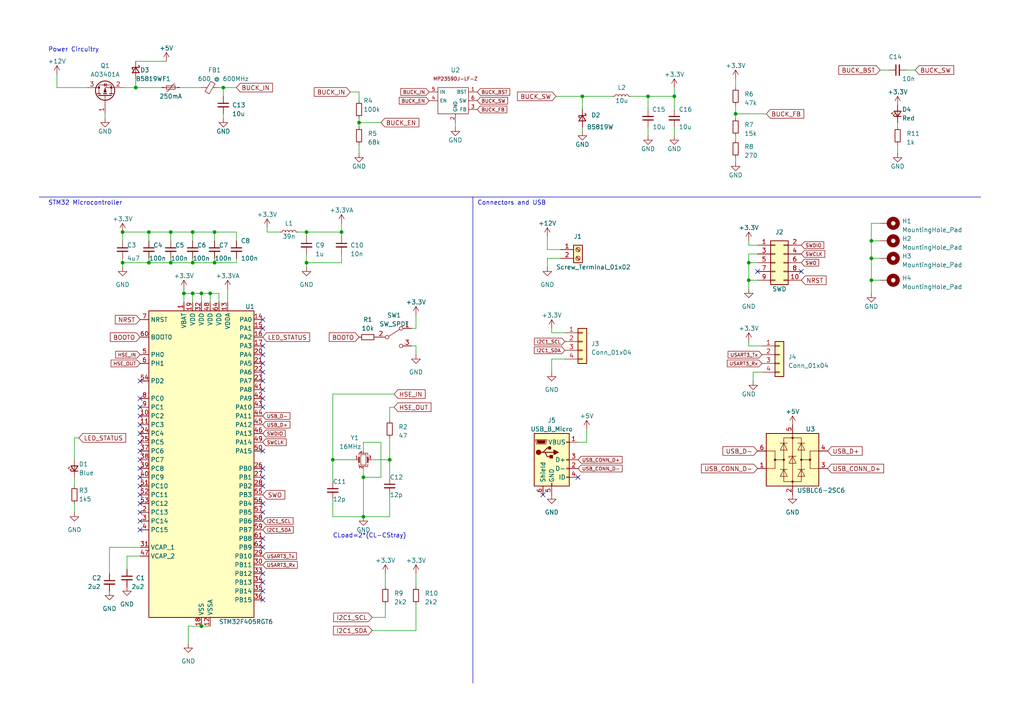
<source format=kicad_sch>
(kicad_sch (version 20230121) (generator eeschema)
  (paper "A4")
  (title_block (title "STM32_BOARD") (date "2023-05-25") (rev "2.0") (company "RGUKT"))
  (lib_symbols
    (symbol "Connector:Screw_Terminal_01x02" (pin_names (offset 1.016) hide)
      (property "Reference" "J" (at 0 2.54 0))
      (property "Value" "Screw_Terminal_01x02" (at 0 -5.08 0))
      (symbol "Screw_Terminal_01x02_1_1"
        (pin passive line (at -5.08 0 0) (length 3.81) (name "Pin_1") (number "1"))
        (pin passive line (at -5.08 -2.54 0) (length 3.81) (name "Pin_2") (number "2"))
      )
    )
    (symbol "Connector:USB_B_Micro" (pin_names (offset 1.016))
      (property "Reference" "J" (at -5.08 11.43 0))
      (property "Value" "USB_B_Micro" (at -5.08 8.89 0))
      (symbol "USB_B_Micro_1_1"
        (pin power_out line (at 7.62 5.08 180) (length 2.54) (name "VBUS") (number "1"))
        (pin bidirectional line (at 7.62 -2.54 180) (length 2.54) (name "D-") (number "2"))
        (pin bidirectional line (at 7.62 0 180) (length 2.54) (name "D+") (number "3"))
        (pin passive line (at 7.62 -5.08 180) (length 2.54) (name "ID") (number "4"))
        (pin power_out line (at 0 -10.16 90) (length 2.54) (name "GND") (number "5"))
        (pin passive line (at -2.54 -10.16 90) (length 2.54) (name "Shield") (number "6"))
      )
    )
    (symbol "Connector_Generic:Conn_01x04" (pin_names (offset 1.016) hide)
      (property "Reference" "J" (at 0 5.08 0))
      (property "Value" "Conn_01x04" (at 0 -7.62 0))
      (symbol "Conn_01x04_1_1"
        (pin passive line (at -5.08 2.54 0) (length 3.81) (name "Pin_1") (number "1"))
        (pin passive line (at -5.08 0 0) (length 3.81) (name "Pin_2") (number "2"))
        (pin passive line (at -5.08 -2.54 0) (length 3.81) (name "Pin_3") (number "3"))
        (pin passive line (at -5.08 -5.08 0) (length 3.81) (name "Pin_4") (number "4"))
      )
    )
    (symbol "Connector_Generic:Conn_02x05_Odd_Even" (pin_names (offset 1.016) hide)
      (property "Reference" "J" (at 1.27 7.62 0))
      (property "Value" "Conn_02x05_Odd_Even" (at 1.27 -7.62 0))
      (symbol "Conn_02x05_Odd_Even_1_1"
        (pin passive line (at -5.08 5.08 0) (length 3.81) (name "Pin_1") (number "1"))
        (pin passive line (at 7.62 -5.08 180) (length 3.81) (name "Pin_10") (number "10"))
        (pin passive line (at 7.62 5.08 180) (length 3.81) (name "Pin_2") (number "2"))
        (pin passive line (at -5.08 2.54 0) (length 3.81) (name "Pin_3") (number "3"))
        (pin passive line (at 7.62 2.54 180) (length 3.81) (name "Pin_4") (number "4"))
        (pin passive line (at -5.08 0 0) (length 3.81) (name "Pin_5") (number "5"))
        (pin passive line (at 7.62 0 180) (length 3.81) (name "Pin_6") (number "6"))
        (pin passive line (at -5.08 -2.54 0) (length 3.81) (name "Pin_7") (number "7"))
        (pin passive line (at 7.62 -2.54 180) (length 3.81) (name "Pin_8") (number "8"))
        (pin passive line (at -5.08 -5.08 0) (length 3.81) (name "Pin_9") (number "9"))
      )
    )
    (symbol "Device:C_Small" (pin_numbers hide) (pin_names (offset 0.254) hide)
      (property "Reference" "C" (at 0.254 1.778 0))
      (property "Value" "C_Small" (at 0.254 -2.032 0))
      (symbol "C_Small_1_1"
        (pin passive line (at 0 2.54 270) (length 2.032) (name "~") (number "1"))
        (pin passive line (at 0 -2.54 90) (length 2.032) (name "~") (number "2"))
      )
    )
    (symbol "Device:Crystal_GND24_Small" (pin_names (offset 1.016) hide)
      (property "Reference" "Y" (at 1.27 4.445 0))
      (property "Value" "Crystal_GND24_Small" (at 1.27 2.54 0))
      (symbol "Crystal_GND24_Small_1_1"
        (pin passive line (at -2.54 0 0) (length 1.27) (name "1") (number "1"))
        (pin passive line (at 0 -2.54 90) (length 0.635) (name "2") (number "2"))
        (pin passive line (at 2.54 0 180) (length 1.27) (name "3") (number "3"))
        (pin passive line (at 0 2.54 270) (length 0.635) (name "4") (number "4"))
      )
    )
    (symbol "Device:D_Schottky_Small" (pin_numbers hide) (pin_names (offset 0.254) hide)
      (property "Reference" "D" (at -1.27 2.032 0))
      (property "Value" "D_Schottky_Small" (at -7.112 -2.032 0))
      (symbol "D_Schottky_Small_1_1"
        (pin passive line (at -2.54 0 0) (length 1.778) (name "K") (number "1"))
        (pin passive line (at 2.54 0 180) (length 1.778) (name "A") (number "2"))
      )
    )
    (symbol "Device:FerriteBead_Small" (pin_numbers hide) (pin_names (offset 0))
      (property "Reference" "FB" (at 1.905 1.27 0))
      (property "Value" "FerriteBead_Small" (at 1.905 -1.27 0))
      (symbol "FerriteBead_Small_1_1"
        (pin passive line (at 0 2.54 270) (length 1.27) (name "~") (number "1"))
        (pin passive line (at 0 -2.54 90) (length 1.27) (name "~") (number "2"))
      )
    )
    (symbol "Device:LED_Small" (pin_numbers hide) (pin_names (offset 0.254) hide)
      (property "Reference" "D" (at -1.27 3.175 0))
      (property "Value" "LED_Small" (at -4.445 -2.54 0))
      (symbol "LED_Small_1_1"
        (pin passive line (at -2.54 0 0) (length 1.778) (name "K") (number "1"))
        (pin passive line (at 2.54 0 180) (length 1.778) (name "A") (number "2"))
      )
    )
    (symbol "Device:L_Small" (pin_numbers hide) (pin_names (offset 0.254) hide)
      (property "Reference" "L" (at 0.762 1.016 0))
      (property "Value" "L_Small" (at 0.762 -1.016 0))
      (symbol "L_Small_1_1"
        (pin passive line (at 0 2.54 270) (length 0.508) (name "~") (number "1"))
        (pin passive line (at 0 -2.54 90) (length 0.508) (name "~") (number "2"))
      )
    )
    (symbol "Device:Polyfuse_Small" (pin_numbers hide) (pin_names (offset 0))
      (property "Reference" "F" (at -1.905 0 90))
      (property "Value" "Polyfuse_Small" (at 1.905 0 90))
      (symbol "Polyfuse_Small_1_1"
        (pin passive line (at 0 2.54 270) (length 0.635) (name "~") (number "1"))
        (pin passive line (at 0 -2.54 90) (length 0.635) (name "~") (number "2"))
      )
    )
    (symbol "Device:R_Small" (pin_numbers hide) (pin_names (offset 0.254) hide)
      (property "Reference" "R" (at 0.762 0.508 0))
      (property "Value" "R_Small" (at 0.762 -1.016 0))
      (symbol "R_Small_1_1"
        (pin passive line (at 0 2.54 270) (length 0.762) (name "~") (number "1"))
        (pin passive line (at 0 -2.54 90) (length 0.762) (name "~") (number "2"))
      )
    )
    (symbol "MCU_ST_STM32F4:STM32F405RGTx"
      (property "Reference" "U" (at -15.24 46.99 0))
      (property "Value" "STM32F405RGTx" (at 10.16 46.99 0))
      (symbol "STM32F405RGTx_1_1"
        (pin power_in line (at -5.08 48.26 270) (length 2.54) (name "VBAT") (number "1"))
        (pin bidirectional line (at -17.78 15.24 0) (length 2.54) (name "PC2") (number "10"))
        (pin bidirectional line (at -17.78 12.7 0) (length 2.54) (name "PC3") (number "11"))
        (pin power_in line (at 2.54 -45.72 90) (length 2.54) (name "VSSA") (number "12"))
        (pin power_in line (at 7.62 48.26 270) (length 2.54) (name "VDDA") (number "13"))
        (pin bidirectional line (at 17.78 43.18 180) (length 2.54) (name "PA0") (number "14"))
        (pin bidirectional line (at 17.78 40.64 180) (length 2.54) (name "PA1") (number "15"))
        (pin bidirectional line (at 17.78 38.1 180) (length 2.54) (name "PA2") (number "16"))
        (pin bidirectional line (at 17.78 35.56 180) (length 2.54) (name "PA3") (number "17"))
        (pin power_in line (at 0 -45.72 90) (length 2.54) (name "VSS") (number "18"))
        (pin power_in line (at -2.54 48.26 270) (length 2.54) (name "VDD") (number "19"))
        (pin bidirectional line (at -17.78 -12.7 0) (length 2.54) (name "PC13") (number "2"))
        (pin bidirectional line (at 17.78 33.02 180) (length 2.54) (name "PA4") (number "20"))
        (pin bidirectional line (at 17.78 30.48 180) (length 2.54) (name "PA5") (number "21"))
        (pin bidirectional line (at 17.78 27.94 180) (length 2.54) (name "PA6") (number "22"))
        (pin bidirectional line (at 17.78 25.4 180) (length 2.54) (name "PA7") (number "23"))
        (pin bidirectional line (at -17.78 10.16 0) (length 2.54) (name "PC4") (number "24"))
        (pin bidirectional line (at -17.78 7.62 0) (length 2.54) (name "PC5") (number "25"))
        (pin bidirectional line (at 17.78 0 180) (length 2.54) (name "PB0") (number "26"))
        (pin bidirectional line (at 17.78 -2.54 180) (length 2.54) (name "PB1") (number "27"))
        (pin bidirectional line (at 17.78 -5.08 180) (length 2.54) (name "PB2") (number "28"))
        (pin bidirectional line (at 17.78 -25.4 180) (length 2.54) (name "PB10") (number "29"))
        (pin bidirectional line (at -17.78 -15.24 0) (length 2.54) (name "PC14") (number "3"))
        (pin bidirectional line (at 17.78 -27.94 180) (length 2.54) (name "PB11") (number "30"))
        (pin power_out line (at -17.78 -22.86 0) (length 2.54) (name "VCAP_1") (number "31"))
        (pin power_in line (at 0 48.26 270) (length 2.54) (name "VDD") (number "32"))
        (pin bidirectional line (at 17.78 -30.48 180) (length 2.54) (name "PB12") (number "33"))
        (pin bidirectional line (at 17.78 -33.02 180) (length 2.54) (name "PB13") (number "34"))
        (pin bidirectional line (at 17.78 -35.56 180) (length 2.54) (name "PB14") (number "35"))
        (pin bidirectional line (at 17.78 -38.1 180) (length 2.54) (name "PB15") (number "36"))
        (pin bidirectional line (at -17.78 5.08 0) (length 2.54) (name "PC6") (number "37"))
        (pin bidirectional line (at -17.78 2.54 0) (length 2.54) (name "PC7") (number "38"))
        (pin bidirectional line (at -17.78 0 0) (length 2.54) (name "PC8") (number "39"))
        (pin bidirectional line (at -17.78 -17.78 0) (length 2.54) (name "PC15") (number "4"))
        (pin bidirectional line (at -17.78 -2.54 0) (length 2.54) (name "PC9") (number "40"))
        (pin bidirectional line (at 17.78 22.86 180) (length 2.54) (name "PA8") (number "41"))
        (pin bidirectional line (at 17.78 20.32 180) (length 2.54) (name "PA9") (number "42"))
        (pin bidirectional line (at 17.78 17.78 180) (length 2.54) (name "PA10") (number "43"))
        (pin bidirectional line (at 17.78 15.24 180) (length 2.54) (name "PA11") (number "44"))
        (pin bidirectional line (at 17.78 12.7 180) (length 2.54) (name "PA12") (number "45"))
        (pin bidirectional line (at 17.78 10.16 180) (length 2.54) (name "PA13") (number "46"))
        (pin power_out line (at -17.78 -25.4 0) (length 2.54) (name "VCAP_2") (number "47"))
        (pin power_in line (at 2.54 48.26 270) (length 2.54) (name "VDD") (number "48"))
        (pin bidirectional line (at 17.78 7.62 180) (length 2.54) (name "PA14") (number "49"))
        (pin bidirectional line (at -17.78 33.02 0) (length 2.54) (name "PH0") (number "5"))
        (pin bidirectional line (at 17.78 5.08 180) (length 2.54) (name "PA15") (number "50"))
        (pin bidirectional line (at -17.78 -5.08 0) (length 2.54) (name "PC10") (number "51"))
        (pin bidirectional line (at -17.78 -7.62 0) (length 2.54) (name "PC11") (number "52"))
        (pin bidirectional line (at -17.78 -10.16 0) (length 2.54) (name "PC12") (number "53"))
        (pin bidirectional line (at -17.78 25.4 0) (length 2.54) (name "PD2") (number "54"))
        (pin bidirectional line (at 17.78 -7.62 180) (length 2.54) (name "PB3") (number "55"))
        (pin bidirectional line (at 17.78 -10.16 180) (length 2.54) (name "PB4") (number "56"))
        (pin bidirectional line (at 17.78 -12.7 180) (length 2.54) (name "PB5") (number "57"))
        (pin bidirectional line (at 17.78 -15.24 180) (length 2.54) (name "PB6") (number "58"))
        (pin bidirectional line (at 17.78 -17.78 180) (length 2.54) (name "PB7") (number "59"))
        (pin bidirectional line (at -17.78 30.48 0) (length 2.54) (name "PH1") (number "6"))
        (pin input line (at -17.78 38.1 0) (length 2.54) (name "BOOT0") (number "60"))
        (pin bidirectional line (at 17.78 -20.32 180) (length 2.54) (name "PB8") (number "61"))
        (pin bidirectional line (at 17.78 -22.86 180) (length 2.54) (name "PB9") (number "62"))
        (pin passive line (at 0 -45.72 90) (length 2.54) hide (name "VSS") (number "63"))
        (pin power_in line (at 5.08 48.26 270) (length 2.54) (name "VDD") (number "64"))
        (pin input line (at -17.78 43.18 0) (length 2.54) (name "NRST") (number "7"))
        (pin bidirectional line (at -17.78 20.32 0) (length 2.54) (name "PC0") (number "8"))
        (pin bidirectional line (at -17.78 17.78 0) (length 2.54) (name "PC1") (number "9"))
      )
    )
    (symbol "Mechanical:MountingHole_Pad" (pin_numbers hide) (pin_names (offset 1.016) hide)
      (property "Reference" "H" (at 0 6.35 0))
      (property "Value" "MountingHole_Pad" (at 0 4.445 0))
      (symbol "MountingHole_Pad_1_1"
        (pin input line (at 0 -2.54 90) (length 2.54) (name "1") (number "1"))
      )
    )
    (symbol "New_Library:MP2359DJ-LF-Z"
      (property "Reference" "U" (at 0 10.16 0))
      (symbol "MP2359DJ-LF-Z_1_1"
        (text "MP2359DJ-LF-Z\n" (at 0 7.62 0) (effects (font (size 1 1))))
        (pin input line (at 6.35 3.81 180) (length 2.54) (name "BST") (number "1"))
        (pin input line (at 0 -5.08 90) (length 2.54) (name "GND") (number "2"))
        (pin input line (at 6.35 -1.27 180) (length 2.54) (name "FB") (number "3"))
        (pin input line (at -7.62 1.27 0) (length 2.54) (name "EN") (number "4"))
        (pin input line (at -7.62 3.81 0) (length 2.54) (name "IN") (number "5"))
        (pin input line (at 6.35 1.27 180) (length 2.54) (name "SW") (number "6"))
      )
    )
    (symbol "Power_Protection:USBLC6-2SC6" (pin_names hide)
      (property "Reference" "U" (at 2.54 8.89 0))
      (property "Value" "USBLC6-2SC6" (at 2.54 -8.89 0))
      (symbol "USBLC6-2SC6_1_1"
        (pin passive line (at -10.16 -2.54 0) (length 2.54) (name "I/O1") (number "1"))
        (pin passive line (at 0 -10.16 90) (length 2.54) (name "GND") (number "2"))
        (pin passive line (at 10.16 -2.54 180) (length 2.54) (name "I/O2") (number "3"))
        (pin passive line (at 10.16 2.54 180) (length 2.54) (name "I/O2") (number "4"))
        (pin passive line (at 0 10.16 270) (length 2.54) (name "VBUS") (number "5"))
        (pin passive line (at -10.16 2.54 0) (length 2.54) (name "I/O1") (number "6"))
      )
    )
    (symbol "Switch:SW_SPDT" (pin_names (offset 0) hide)
      (property "Reference" "SW" (at 0 4.318 0))
      (property "Value" "SW_SPDT" (at 0 -5.08 0))
      (symbol "SW_SPDT_1_1"
        (pin passive line (at 5.08 2.54 180) (length 2.54) (name "A") (number "1"))
        (pin passive line (at -5.08 0 0) (length 2.54) (name "B") (number "2"))
        (pin passive line (at 5.08 -2.54 180) (length 2.54) (name "C") (number "3"))
      )
    )
    (symbol "Transistor_FET:AO3401A" (pin_names hide)
      (property "Reference" "Q" (at 5.08 1.905 0))
      (property "Value" "AO3401A" (at 5.08 0 0))
      (symbol "AO3401A_1_1"
        (pin input line (at -5.08 0 0) (length 2.54) (name "G") (number "1"))
        (pin passive line (at 2.54 -5.08 90) (length 2.54) (name "S") (number "2"))
        (pin passive line (at 2.54 5.08 270) (length 2.54) (name "D") (number "3"))
      )
    )
    (symbol "power:+12V" (power) (pin_names (offset 0))
      (property "Value" "+12V" (at 0 3.556 0))
      (symbol "+12V_1_1"
        (pin power_in line (at 0 0 90) (length 0) hide (name "+12V") (number "1"))
      )
    )
    (symbol "power:+3.3V" (power) (pin_names (offset 0))
      (property "Value" "+3.3V" (at 0 3.556 0))
      (symbol "+3.3V_1_1"
        (pin power_in line (at 0 0 90) (length 0) hide (name "+3.3V") (number "1"))
      )
    )
    (symbol "power:+3.3VA" (power) (pin_names (offset 0))
      (property "Value" "+3.3VA" (at 0 3.556 0))
      (symbol "+3.3VA_1_1"
        (pin power_in line (at 0 0 90) (length 0) hide (name "+3.3VA") (number "1"))
      )
    )
    (symbol "power:+5V" (power) (pin_names (offset 0))
      (property "Value" "+5V" (at 0 3.556 0))
      (symbol "+5V_1_1"
        (pin power_in line (at 0 0 90) (length 0) hide (name "+5V") (number "1"))
      )
    )
    (symbol "power:GND" (power) (pin_names (offset 0))
      (property "Value" "GND" (at 0 -3.81 0))
      (symbol "GND_1_1"
        (pin power_in line (at 0 0 270) (length 0) hide (name "GND") (number "1"))
      )
    )
  )
  (junction (at 60.96 85.09))
  (junction (at 39.37 25.4))
  (junction (at 96.52 133.35))
  (junction (at 217.17 81.28))
  (junction (at 55.88 67.31))
  (junction (at 252.73 69.85))
  (junction (at 113.03 133.35))
  (junction (at 99.06 67.31))
  (junction (at 88.9 76.2))
  (junction (at 35.56 76.2))
  (junction (at 187.96 27.94))
  (junction (at 43.18 67.31))
  (junction (at 213.36 33.02))
  (junction (at 105.41 149.86))
  (junction (at 55.88 76.2))
  (junction (at 105.41 138.43))
  (junction (at 35.56 67.31))
  (junction (at 195.58 27.94))
  (junction (at 58.42 85.09))
  (junction (at 217.17 76.2))
  (junction (at 49.53 76.2))
  (junction (at 62.23 67.31))
  (junction (at 104.14 35.56))
  (junction (at 252.73 74.93))
  (junction (at 55.88 85.09))
  (junction (at 58.42 181.61))
  (junction (at 43.18 76.2))
  (junction (at 252.73 81.28))
  (junction (at 49.53 67.31))
  (junction (at 53.34 85.09))
  (junction (at 168.91 27.94))
  (junction (at 88.9 67.31))
  (junction (at 62.23 76.2))
  (junction (at 64.77 25.4))
  (no_connect (at 76.2 130.81))
  (no_connect (at 76.2 100.33))
  (no_connect (at 76.2 171.45))
  (no_connect (at 76.2 115.57))
  (no_connect (at 40.64 110.49))
  (no_connect (at 76.2 92.71))
  (no_connect (at 40.64 140.97))
  (no_connect (at 40.64 123.19))
  (no_connect (at 76.2 173.99))
  (no_connect (at 40.64 118.11))
  (no_connect (at 76.2 146.05))
  (no_connect (at 76.2 118.11))
  (no_connect (at 76.2 158.75))
  (no_connect (at 40.64 130.81))
  (no_connect (at 40.64 135.89))
  (no_connect (at 76.2 140.97))
  (no_connect (at 219.71 78.74))
  (no_connect (at 40.64 151.13))
  (no_connect (at 76.2 148.59))
  (no_connect (at 40.64 146.05))
  (no_connect (at 40.64 120.65))
  (no_connect (at 76.2 135.89))
  (no_connect (at 76.2 138.43))
  (no_connect (at 167.64 138.43))
  (no_connect (at 40.64 143.51))
  (no_connect (at 40.64 153.67))
  (no_connect (at 76.2 156.21))
  (no_connect (at 76.2 166.37))
  (no_connect (at 76.2 113.03))
  (no_connect (at 76.2 168.91))
  (no_connect (at 76.2 95.25))
  (no_connect (at 76.2 107.95))
  (no_connect (at 40.64 133.35))
  (no_connect (at 40.64 128.27))
  (no_connect (at 76.2 110.49))
  (no_connect (at 157.48 143.51))
  (no_connect (at 40.64 115.57))
  (no_connect (at 232.41 78.74))
  (no_connect (at 40.64 148.59))
  (no_connect (at 40.64 125.73))
  (no_connect (at 76.2 105.41))
  (no_connect (at 76.2 102.87))
  (no_connect (at 40.64 138.43))
  (wire (pts (xy 88.9 68.58) (xy 88.9 67.31)))
  (wire (pts (xy 111.76 166.37) (xy 111.76 170.18)))
  (wire (pts (xy 55.88 85.09) (xy 55.88 87.63)))
  (wire (pts (xy 113.03 118.11) (xy 114.3 118.11)))
  (wire (pts (xy 187.96 36.83) (xy 187.96 39.37)))
  (wire (pts (xy 104.14 34.29) (xy 104.14 35.56)))
  (wire (pts (xy 99.06 68.58) (xy 99.06 67.31)))
  (wire (pts (xy 187.96 27.94) (xy 195.58 27.94)))
  (wire (pts (xy 168.91 31.75) (xy 168.91 27.94)))
  (wire (pts (xy 170.18 128.27) (xy 170.18 124.46)))
  (wire (pts (xy 104.14 41.91) (xy 104.14 44.45)))
  (wire (pts (xy 46.99 25.4) (xy 39.37 25.4)))
  (wire (pts (xy 60.96 85.09) (xy 63.5 85.09)))
  (wire (pts (xy 88.9 76.2) (xy 88.9 77.47)))
  (wire (pts (xy 16.51 25.4) (xy 16.51 21.59)))
  (wire (pts (xy 30.48 33.02) (xy 30.48 34.29)))
  (wire (pts (xy 113.03 127) (xy 113.03 133.35)))
  (wire (pts (xy 54.61 181.61) (xy 54.61 186.69)))
  (wire (pts (xy 105.41 149.86) (xy 113.03 149.86)))
  (wire (pts (xy 99.06 73.66) (xy 99.06 76.2)))
  (wire (pts (xy 160.02 104.14) (xy 163.83 104.14)))
  (wire (pts (xy 119.38 95.25) (xy 120.65 95.25)))
  (wire (pts (xy 187.96 31.75) (xy 187.96 27.94)))
  (wire (pts (xy 64.77 33.02) (xy 64.77 34.29)))
  (wire (pts (xy 158.75 74.93) (xy 162.56 74.93)))
  (wire (pts (xy 36.83 161.29) (xy 36.83 165.1)))
  (wire (pts (xy 31.75 158.75) (xy 31.75 166.37)))
  (wire (pts (xy 96.52 114.3) (xy 96.52 133.35)))
  (wire (pts (xy 158.75 72.39) (xy 158.75 68.58)))
  (polyline (pts (xy 137.16 57.15) (xy 284.48 57.15)))
  (wire (pts (xy 39.37 17.78) (xy 48.26 17.78)))
  (wire (pts (xy 120.65 175.26) (xy 120.65 182.88)))
  (wire (pts (xy 182.88 27.94) (xy 187.96 27.94)))
  (wire (pts (xy 64.77 25.4) (xy 63.5 25.4)))
  (wire (pts (xy 62.23 67.31) (xy 62.23 69.85)))
  (wire (pts (xy 218.44 107.95) (xy 220.98 107.95)))
  (wire (pts (xy 252.73 69.85) (xy 255.27 69.85)))
  (wire (pts (xy 43.18 76.2) (xy 35.56 76.2)))
  (wire (pts (xy 35.56 77.47) (xy 35.56 76.2)))
  (polyline (pts (xy 11.43 57.15) (xy 11.43 57.15)))
  (wire (pts (xy 119.38 100.33) (xy 120.65 100.33)))
  (wire (pts (xy 260.35 35.56) (xy 260.35 36.83)))
  (wire (pts (xy 63.5 85.09) (xy 63.5 87.63)))
  (wire (pts (xy 96.52 144.78) (xy 96.52 149.86)))
  (wire (pts (xy 195.58 36.83) (xy 195.58 39.37)))
  (wire (pts (xy 66.04 83.82) (xy 66.04 87.63)))
  (wire (pts (xy 49.53 74.93) (xy 49.53 76.2)))
  (wire (pts (xy 213.36 45.72) (xy 213.36 46.99)))
  (wire (pts (xy 217.17 99.06) (xy 217.17 100.33)))
  (wire (pts (xy 110.49 35.56) (xy 104.14 35.56)))
  (wire (pts (xy 217.17 71.12) (xy 219.71 71.12)))
  (wire (pts (xy 160.02 95.25) (xy 160.02 96.52)))
  (wire (pts (xy 217.17 81.28) (xy 219.71 81.28)))
  (wire (pts (xy 58.42 85.09) (xy 60.96 85.09)))
  (wire (pts (xy 105.41 130.81) (xy 105.41 128.27)))
  (wire (pts (xy 68.58 76.2) (xy 62.23 76.2)))
  (wire (pts (xy 62.23 76.2) (xy 55.88 76.2)))
  (wire (pts (xy 105.41 138.43) (xy 105.41 149.86)))
  (wire (pts (xy 168.91 27.94) (xy 177.8 27.94)))
  (wire (pts (xy 218.44 107.95) (xy 218.44 110.49)))
  (wire (pts (xy 68.58 67.31) (xy 62.23 67.31)))
  (wire (pts (xy 113.03 118.11) (xy 113.03 121.92)))
  (wire (pts (xy 110.49 128.27) (xy 110.49 138.43)))
  (wire (pts (xy 55.88 85.09) (xy 58.42 85.09)))
  (wire (pts (xy 260.35 41.91) (xy 260.35 44.45)))
  (wire (pts (xy 62.23 67.31) (xy 55.88 67.31)))
  (wire (pts (xy 101.6 26.67) (xy 104.14 26.67)))
  (wire (pts (xy 252.73 64.77) (xy 255.27 64.77)))
  (wire (pts (xy 64.77 27.94) (xy 64.77 25.4)))
  (wire (pts (xy 213.36 22.86) (xy 213.36 25.4)))
  (wire (pts (xy 252.73 69.85) (xy 252.73 64.77)))
  (wire (pts (xy 96.52 133.35) (xy 102.87 133.35)))
  (wire (pts (xy 160.02 96.52) (xy 163.83 96.52)))
  (wire (pts (xy 195.58 25.4) (xy 195.58 27.94)))
  (wire (pts (xy 213.36 33.02) (xy 213.36 34.29)))
  (wire (pts (xy 54.61 181.61) (xy 58.42 181.61)))
  (wire (pts (xy 162.56 72.39) (xy 158.75 72.39)))
  (wire (pts (xy 58.42 181.61) (xy 60.96 181.61)))
  (wire (pts (xy 195.58 27.94) (xy 195.58 31.75)))
  (wire (pts (xy 53.34 85.09) (xy 53.34 87.63)))
  (wire (pts (xy 107.95 133.35) (xy 113.03 133.35)))
  (wire (pts (xy 114.3 114.3) (xy 96.52 114.3)))
  (wire (pts (xy 21.59 127) (xy 22.86 127)))
  (wire (pts (xy 262.89 20.32) (xy 265.43 20.32)))
  (wire (pts (xy 120.65 182.88) (xy 107.95 182.88)))
  (wire (pts (xy 113.03 133.35) (xy 113.03 138.43)))
  (wire (pts (xy 99.06 67.31) (xy 88.9 67.31)))
  (wire (pts (xy 52.07 25.4) (xy 58.42 25.4)))
  (wire (pts (xy 21.59 146.05) (xy 21.59 148.59)))
  (wire (pts (xy 252.73 74.93) (xy 252.73 69.85)))
  (wire (pts (xy 161.29 27.94) (xy 168.91 27.94)))
  (wire (pts (xy 35.56 74.93) (xy 35.56 76.2)))
  (wire (pts (xy 160.02 107.95) (xy 160.02 104.14)))
  (polyline (pts (xy 137.16 57.15) (xy 137.16 198.12)))
  (wire (pts (xy 62.23 74.93) (xy 62.23 76.2)))
  (wire (pts (xy 105.41 135.89) (xy 105.41 138.43)))
  (wire (pts (xy 217.17 83.82) (xy 217.17 81.28)))
  (wire (pts (xy 132.08 35.56) (xy 132.08 36.83)))
  (wire (pts (xy 105.41 128.27) (xy 110.49 128.27)))
  (wire (pts (xy 217.17 69.85) (xy 217.17 71.12)))
  (wire (pts (xy 110.49 138.43) (xy 105.41 138.43)))
  (wire (pts (xy 77.47 67.31) (xy 81.28 67.31)))
  (wire (pts (xy 217.17 73.66) (xy 219.71 73.66)))
  (wire (pts (xy 36.83 161.29) (xy 40.64 161.29)))
  (polyline (pts (xy 11.43 57.15) (xy 137.16 57.15)))
  (wire (pts (xy 43.18 67.31) (xy 35.56 67.31)))
  (wire (pts (xy 64.77 25.4) (xy 68.58 25.4)))
  (wire (pts (xy 120.65 91.44) (xy 120.65 95.25)))
  (wire (pts (xy 39.37 22.86) (xy 39.37 25.4)))
  (wire (pts (xy 252.73 81.28) (xy 252.73 74.93)))
  (wire (pts (xy 217.17 76.2) (xy 217.17 73.66)))
  (wire (pts (xy 104.14 26.67) (xy 104.14 29.21)))
  (wire (pts (xy 120.65 166.37) (xy 120.65 170.18)))
  (wire (pts (xy 68.58 74.93) (xy 68.58 76.2)))
  (wire (pts (xy 60.96 85.09) (xy 60.96 87.63)))
  (wire (pts (xy 96.52 139.7) (xy 96.52 133.35)))
  (wire (pts (xy 55.88 74.93) (xy 55.88 76.2)))
  (wire (pts (xy 113.03 143.51) (xy 113.03 149.86)))
  (wire (pts (xy 68.58 69.85) (xy 68.58 67.31)))
  (wire (pts (xy 252.73 81.28) (xy 255.27 81.28)))
  (wire (pts (xy 213.36 33.02) (xy 222.25 33.02)))
  (wire (pts (xy 53.34 85.09) (xy 55.88 85.09)))
  (wire (pts (xy 99.06 76.2) (xy 88.9 76.2)))
  (wire (pts (xy 167.64 128.27) (xy 170.18 128.27)))
  (wire (pts (xy 252.73 74.93) (xy 255.27 74.93)))
  (wire (pts (xy 49.53 67.31) (xy 49.53 69.85)))
  (wire (pts (xy 16.51 25.4) (xy 25.4 25.4)))
  (wire (pts (xy 217.17 76.2) (xy 219.71 76.2)))
  (wire (pts (xy 217.17 81.28) (xy 217.17 76.2)))
  (wire (pts (xy 49.53 76.2) (xy 43.18 76.2)))
  (wire (pts (xy 213.36 30.48) (xy 213.36 33.02)))
  (wire (pts (xy 35.56 25.4) (xy 39.37 25.4)))
  (wire (pts (xy 217.17 100.33) (xy 220.98 100.33)))
  (wire (pts (xy 104.14 35.56) (xy 104.14 36.83)))
  (wire (pts (xy 58.42 85.09) (xy 58.42 87.63)))
  (wire (pts (xy 49.53 67.31) (xy 43.18 67.31)))
  (wire (pts (xy 53.34 83.82) (xy 53.34 85.09)))
  (wire (pts (xy 43.18 67.31) (xy 43.18 69.85)))
  (wire (pts (xy 21.59 138.43) (xy 21.59 140.97)))
  (wire (pts (xy 111.76 175.26) (xy 111.76 179.07)))
  (wire (pts (xy 55.88 67.31) (xy 55.88 69.85)))
  (wire (pts (xy 43.18 74.93) (xy 43.18 76.2)))
  (wire (pts (xy 255.27 20.32) (xy 257.81 20.32)))
  (wire (pts (xy 21.59 127) (xy 21.59 133.35)))
  (wire (pts (xy 120.65 100.33) (xy 120.65 102.87)))
  (wire (pts (xy 88.9 73.66) (xy 88.9 76.2)))
  (wire (pts (xy 77.47 66.04) (xy 77.47 67.31)))
  (wire (pts (xy 111.76 179.07) (xy 107.95 179.07)))
  (wire (pts (xy 96.52 149.86) (xy 105.41 149.86)))
  (wire (pts (xy 35.56 67.31) (xy 35.56 69.85)))
  (wire (pts (xy 88.9 67.31) (xy 86.36 67.31)))
  (wire (pts (xy 213.36 39.37) (xy 213.36 40.64)))
  (wire (pts (xy 55.88 67.31) (xy 49.53 67.31)))
  (wire (pts (xy 158.75 77.47) (xy 158.75 74.93)))
  (wire (pts (xy 168.91 36.83) (xy 168.91 38.1)))
  (wire (pts (xy 55.88 76.2) (xy 49.53 76.2)))
  (wire (pts (xy 99.06 64.77) (xy 99.06 67.31)))
  (wire (pts (xy 252.73 85.09) (xy 252.73 81.28)))
  (wire (pts (xy 31.75 158.75) (xy 40.64 158.75)))
  (text "Power Circuitry\n" (at 13.97 15.24 0) (effects (font (size 1.27 1.27)) (justify left bottom)))
  (text "CLoad=2*(CL-CStray)" (at 96.52 156.21 0) (effects (font (size 1.27 1.27)) (justify left bottom)))
  (text "Connectors and USB\n" (at 138.43 59.69 0) (effects (font (size 1.27 1.27)) (justify left bottom)))
  (text "STM32 Microcontroller\n" (at 13.97 59.69 0) (effects (font (size 1.27 1.27)) (justify left bottom)))
  (global_label "BUCK_SW" (shape input) (at 138.43 29.21 0) (effects (font (size 1 1))) (property "Intersheetrefs" "${INTERSHEET_REFS}" (effects hide)))
  (global_label "HSE_IN" (shape input) (at 40.64 102.87 180) (effects (font (size 1 1))) (property "Intersheetrefs" "${INTERSHEET_REFS}" (effects hide)))
  (global_label "LED_STATUS" (shape input) (at 22.86 127 0) (property "Intersheetrefs" "${INTERSHEET_REFS}" (effects hide)))
  (global_label "BUCK_SW" (shape input) (at 265.43 20.32 0) (property "Intersheetrefs" "${INTERSHEET_REFS}" (effects hide)))
  (global_label "USART3_Rx" (shape input) (at 220.98 105.41 180) (effects (font (size 1 1))) (property "Intersheetrefs" "${INTERSHEET_REFS}" (effects hide)))
  (global_label "I2C1_SCL" (shape input) (at 76.2 151.13 0) (effects (font (size 1 1))) (property "Intersheetrefs" "${INTERSHEET_REFS}" (effects hide)))
  (global_label "LED_STATUS" (shape input) (at 76.2 97.79 0) (property "Intersheetrefs" "${INTERSHEET_REFS}" (effects hide)))
  (global_label "BUCK_BST" (shape input) (at 138.43 26.67 0) (effects (font (size 1 1))) (property "Intersheetrefs" "${INTERSHEET_REFS}" (effects hide)))
  (global_label "I2C1_SDA" (shape input) (at 163.83 101.6 180) (effects (font (size 1 1))) (property "Intersheetrefs" "${INTERSHEET_REFS}" (effects hide)))
  (global_label "BUCK_BST" (shape input) (at 255.27 20.32 180) (property "Intersheetrefs" "${INTERSHEET_REFS}" (effects hide)))
  (global_label "USB_D-" (shape input) (at 76.2 120.65 0) (effects (font (size 1 1))) (property "Intersheetrefs" "${INTERSHEET_REFS}" (effects hide)))
  (global_label "NRST" (shape input) (at 40.64 92.71 180) (property "Intersheetrefs" "${INTERSHEET_REFS}" (effects hide)))
  (global_label "BUCK_FB" (shape input) (at 222.25 33.02 0) (property "Intersheetrefs" "${INTERSHEET_REFS}" (effects hide)))
  (global_label "HSE_OUT" (shape input) (at 40.64 105.41 180) (effects (font (size 1 1))) (property "Intersheetrefs" "${INTERSHEET_REFS}" (effects hide)))
  (global_label "SWCLK" (shape input) (at 76.2 128.27 0) (effects (font (size 1 1))) (property "Intersheetrefs" "${INTERSHEET_REFS}" (effects hide)))
  (global_label "HSE_IN" (shape input) (at 114.3 114.3 0) (property "Intersheetrefs" "${INTERSHEET_REFS}" (effects hide)))
  (global_label "USB_CONN_D+" (shape input) (at 167.64 133.35 0) (effects (font (size 1 1))) (property "Intersheetrefs" "${INTERSHEET_REFS}" (effects hide)))
  (global_label "USART3_Tx" (shape input) (at 220.98 102.87 180) (effects (font (size 1 1))) (property "Intersheetrefs" "${INTERSHEET_REFS}" (effects hide)))
  (global_label "NRST" (shape input) (at 232.41 81.28 0) (property "Intersheetrefs" "${INTERSHEET_REFS}" (effects hide)))
  (global_label "USB_CONN_D-" (shape input) (at 219.71 135.89 180) (property "Intersheetrefs" "${INTERSHEET_REFS}" (effects hide)))
  (global_label "USART3_Tx" (shape input) (at 76.2 161.29 0) (effects (font (size 1 1))) (property "Intersheetrefs" "${INTERSHEET_REFS}" (effects hide)))
  (global_label "SWO" (shape input) (at 232.41 76.2 0) (effects (font (size 1 1))) (property "Intersheetrefs" "${INTERSHEET_REFS}" (effects hide)))
  (global_label "BUCK_IN" (shape input) (at 101.6 26.67 180) (property "Intersheetrefs" "${INTERSHEET_REFS}" (effects hide)))
  (global_label "I2C1_SDA" (shape input) (at 107.95 182.88 180) (property "Intersheetrefs" "${INTERSHEET_REFS}" (effects hide)))
  (global_label "I2C1_SDA" (shape input) (at 76.2 153.67 0) (effects (font (size 1 1))) (property "Intersheetrefs" "${INTERSHEET_REFS}" (effects hide)))
  (global_label "HSE_OUT" (shape input) (at 114.3 118.11 0) (property "Intersheetrefs" "${INTERSHEET_REFS}" (effects hide)))
  (global_label "USB_D+" (shape input) (at 240.03 130.81 0) (property "Intersheetrefs" "${INTERSHEET_REFS}" (effects hide)))
  (global_label "SWDIO" (shape input) (at 232.41 71.12 0) (effects (font (size 1 1))) (property "Intersheetrefs" "${INTERSHEET_REFS}" (effects hide)))
  (global_label "BUCK_SW" (shape input) (at 161.29 27.94 180) (property "Intersheetrefs" "${INTERSHEET_REFS}" (effects hide)))
  (global_label "USB_D-" (shape input) (at 219.71 130.81 180) (property "Intersheetrefs" "${INTERSHEET_REFS}" (effects hide)))
  (global_label "BUCK_FB" (shape input) (at 138.43 31.75 0) (effects (font (size 1 1))) (property "Intersheetrefs" "${INTERSHEET_REFS}" (effects hide)))
  (global_label "BUCK_IN" (shape input) (at 124.46 26.67 180) (effects (font (size 1 1))) (property "Intersheetrefs" "${INTERSHEET_REFS}" (effects hide)))
  (global_label "USART3_Rx" (shape input) (at 76.2 163.83 0) (effects (font (size 1 1))) (property "Intersheetrefs" "${INTERSHEET_REFS}" (effects hide)))
  (global_label "I2C1_SCL" (shape input) (at 163.83 99.06 180) (effects (font (size 1 1))) (property "Intersheetrefs" "${INTERSHEET_REFS}" (effects hide)))
  (global_label "I2C1_SCL" (shape input) (at 107.95 179.07 180) (property "Intersheetrefs" "${INTERSHEET_REFS}" (effects hide)))
  (global_label "USB_CONN_D+" (shape input) (at 240.03 135.89 0) (property "Intersheetrefs" "${INTERSHEET_REFS}" (effects hide)))
  (global_label "BUCK_IN" (shape input) (at 68.58 25.4 0) (property "Intersheetrefs" "${INTERSHEET_REFS}" (effects hide)))
  (global_label "SWCLK" (shape input) (at 232.41 73.66 0) (effects (font (size 1 1))) (property "Intersheetrefs" "${INTERSHEET_REFS}" (effects hide)))
  (global_label "USB_CONN_D-" (shape input) (at 167.64 135.89 0) (effects (font (size 1 1))) (property "Intersheetrefs" "${INTERSHEET_REFS}" (effects hide)))
  (global_label "BUCK_EN" (shape input) (at 124.46 29.21 180) (effects (font (size 1 1))) (property "Intersheetrefs" "${INTERSHEET_REFS}" (effects hide)))
  (global_label "BOOTO" (shape input) (at 40.64 97.79 180) (property "Intersheetrefs" "${INTERSHEET_REFS}" (effects hide)))
  (global_label "SWO" (shape input) (at 76.2 143.51 0) (property "Intersheetrefs" "${INTERSHEET_REFS}" (effects hide)))
  (global_label "SWDIO" (shape input) (at 76.2 125.73 0) (effects (font (size 1 1))) (property "Intersheetrefs" "${INTERSHEET_REFS}" (effects hide)))
  (global_label "BUCK_EN" (shape input) (at 110.49 35.56 0) (property "Intersheetrefs" "${INTERSHEET_REFS}" (effects hide)))
  (global_label "BOOTO" (shape input) (at 104.14 97.79 180) (property "Intersheetrefs" "${INTERSHEET_REFS}" (effects hide)))
  (global_label "USB_D+" (shape input) (at 76.2 123.19 0) (effects (font (size 1 1))) (property "Intersheetrefs" "${INTERSHEET_REFS}" (effects hide)))
  (symbol (lib_id "Device:C_Small") (at 62.23 72.39 0) (unit 1)
    (property "Reference" "C7" (at 63.5 71.12 0) (effects (justify left)))
    (property "Value" "100n" (at 62.23 74.93 0) (effects (justify left)))
    (property "Footprint" "Capacitor_SMD:C_0402_1005Metric" (effects hide))
  )
  (symbol (lib_id "power:GND") (at 160.02 143.51 0) (unit 1)
    (property "Reference" "#PWR036" (effects hide))
    (property "Value" "GND" (at 160.02 148.59 0))
  )
  (symbol (lib_id "power:GND") (at 168.91 38.1 0) (unit 1)
    (property "Reference" "#PWR020" (effects hide))
    (property "Value" "GND" (at 168.91 41.91 0))
  )
  (symbol (lib_id "Mechanical:MountingHole_Pad") (at 257.81 64.77 270) (unit 1)
    (property "Reference" "H1" (at 261.62 64.135 90) (effects (justify left)))
    (property "Value" "MountingHole_Pad" (at 261.62 66.675 90) (effects (justify left)))
    (property "Footprint" "MountingHole:MountingHole_4.3mm_M4_Pad_Via" (effects hide))
  )
  (symbol (lib_id "power:+3.3V") (at 160.02 95.25 0) (unit 1)
    (property "Reference" "#PWR033" (effects hide))
    (property "Value" "+3.3V" (at 160.02 91.44 0))
  )
  (symbol (lib_id "power:GND") (at 31.75 171.45 0) (unit 1)
    (property "Reference" "#PWR04" (effects hide))
    (property "Value" "GND" (at 31.75 176.53 0))
  )
  (symbol (lib_id "power:GND") (at 160.02 107.95 0) (unit 1)
    (property "Reference" "#PWR032" (effects hide))
    (property "Value" "GND" (at 160.02 113.03 0))
  )
  (symbol (lib_id "power:+3.3V") (at 217.17 99.06 0) (unit 1)
    (property "Reference" "#PWR034" (effects hide))
    (property "Value" "+3.3V" (at 217.17 95.25 0))
  )
  (symbol (lib_id "Transistor_FET:AO3401A") (at 30.48 27.94 90) (unit 1)
    (property "Reference" "Q1" (at 30.48 19.05 90))
    (property "Value" "AO3401A" (at 30.48 21.59 90))
    (property "Footprint" "Package_TO_SOT_SMD:SOT-23" (effects hide))
    (property "Datasheet" "http://www.aosmd.com/pdfs/datasheet/AO3401A.pdf" (effects hide))
  )
  (symbol (lib_id "power:GND") (at 54.61 186.69 0) (unit 1)
    (property "Reference" "#PWR01" (effects hide))
    (property "Value" "GND" (at 54.61 191.77 0))
  )
  (symbol (lib_id "power:+3.3V") (at 111.76 166.37 0) (unit 1)
    (property "Reference" "#PWR030" (effects hide))
    (property "Value" "+3.3V" (at 111.76 162.56 0))
  )
  (symbol (lib_id "Device:C_Small") (at 68.58 72.39 0) (unit 1)
    (property "Reference" "C8" (at 69.85 69.85 0) (effects (justify left)))
    (property "Value" "100n" (at 69.85 74.93 0) (effects (justify left)))
    (property "Footprint" "Capacitor_SMD:C_0402_1005Metric" (effects hide))
  )
  (symbol (lib_id "Device:C_Small") (at 88.9 71.12 0) (unit 1)
    (property "Reference" "C9" (at 91.44 71.12 0) (effects (justify left)))
    (property "Value" "1u" (at 91.44 73.66 0) (effects (justify left)))
    (property "Footprint" "Capacitor_SMD:C_0402_1005Metric" (effects hide))
  )
  (symbol (lib_id "Connector:Screw_Terminal_01x02") (at 167.64 72.39 0) (unit 1)
    (property "Reference" "J1" (at 166.37 68.58 0) (effects (justify left)))
    (property "Value" "Screw_Terminal_01x02" (at 161.29 77.47 0) (effects (justify left)))
    (property "Footprint" "TerminalBlock_Phoenix:TerminalBlock_Phoenix_PT-1,5-2-3.5-H_1x02_P3.50mm_Horizontal" (effects hide))
  )
  (symbol (lib_id "Mechanical:MountingHole_Pad") (at 257.81 74.93 270) (unit 1)
    (property "Reference" "H3" (at 261.62 74.295 90) (effects (justify left)))
    (property "Value" "MountingHole_Pad" (at 261.62 76.835 90) (effects (justify left)))
    (property "Footprint" "MountingHole:MountingHole_4.3mm_M4_Pad_Via" (effects hide))
  )
  (symbol (lib_id "Connector_Generic:Conn_01x04") (at 226.06 102.87 0) (unit 1)
    (property "Reference" "J4" (at 228.6 103.505 0) (effects (justify left)))
    (property "Value" "Conn_01x04" (at 228.6 106.045 0) (effects (justify left)))
    (property "Footprint" "Connector_Molex:Molex_PicoBlade_53048-0410_1x04_P1.25mm_Horizontal" (effects hide))
  )
  (symbol (lib_id "Switch:SW_SPDT") (at 114.3 97.79 0) (unit 1)
    (property "Reference" "SW1" (at 114.3 91.44 0))
    (property "Value" "SW_SPDT" (at 114.3 93.98 0))
    (property "Footprint" "Button_Switch_SMD:SW_SPDT_PCM12" (effects hide))
  )
  (symbol (lib_id "Device:LED_Small") (at 21.59 135.89 90) (unit 1)
    (property "Reference" "D1" (at 22.86 134.62 90) (effects (justify right)))
    (property "Value" "Blue" (at 22.86 137.16 90) (effects (justify right)))
    (property "Footprint" "LED_SMD:LED_0603_1608Metric" (effects hide))
  )
  (symbol (lib_id "Device:R_Small") (at 104.14 39.37 0) (unit 1)
    (property "Reference" "R5" (at 106.68 38.735 0) (effects (justify left)))
    (property "Value" "68k" (at 106.68 41.275 0) (effects (justify left)))
    (property "Footprint" "Resistor_SMD:R_0603_1608Metric" (effects hide))
  )
  (symbol (lib_id "power:GND") (at 36.83 170.18 0) (unit 1)
    (property "Reference" "#PWR05" (effects hide))
    (property "Value" "GND" (at 36.83 175.26 0))
  )
  (symbol (lib_id "power:+3.3VA") (at 66.04 83.82 0) (unit 1)
    (property "Reference" "#PWR03" (effects hide))
    (property "Value" "+3.3VA" (at 66.04 80.01 0))
  )
  (symbol (lib_id "Device:C_Small") (at 64.77 30.48 0) (unit 1)
    (property "Reference" "C13" (at 67.31 30.48 0) (effects (justify left)))
    (property "Value" "10u" (at 67.31 33.02 0) (effects (justify left)))
    (property "Footprint" "Capacitor_SMD:C_1206_3216Metric" (effects hide))
  )
  (symbol (lib_id "Mechanical:MountingHole_Pad") (at 257.81 81.28 270) (unit 1)
    (property "Reference" "H4" (at 261.62 80.645 90) (effects (justify left)))
    (property "Value" "MountingHole_Pad" (at 261.62 83.185 90) (effects (justify left)))
    (property "Footprint" "MountingHole:MountingHole_4.3mm_M4_Pad_Via" (effects hide))
  )
  (symbol (lib_id "power:+12V") (at 16.51 21.59 0) (unit 1)
    (property "Reference" "#PWR016" (effects hide))
    (property "Value" "+12V" (at 16.51 17.78 0))
  )
  (symbol (lib_id "Device:C_Small") (at 36.83 167.64 0) (unit 1)
    (property "Reference" "C1" (at 39.37 167.64 0) (effects (justify left)))
    (property "Value" "2u2" (at 38.1 170.18 0) (effects (justify left)))
    (property "Footprint" "Capacitor_SMD:C_0603_1608Metric" (effects hide))
  )
  (symbol (lib_id "power:+3.3V") (at 195.58 25.4 0) (unit 1)
    (property "Reference" "#PWR023" (effects hide))
    (property "Value" "+3.3V" (at 195.58 21.59 0))
  )
  (symbol (lib_id "Device:Polyfuse_Small") (at 49.53 25.4 90) (unit 1)
    (property "Reference" "F1" (at 48.26 22.86 90))
    (property "Value" "250mA" (at 49.53 27.94 90))
    (property "Footprint" "Fuse:Fuse_1206_3216Metric" (effects hide))
  )
  (symbol (lib_id "Device:C_Small") (at 35.56 72.39 0) (unit 1)
    (property "Reference" "C3" (at 36.83 71.12 0) (effects (justify left)))
    (property "Value" "4u7" (at 36.83 74.93 0) (effects (justify left)))
    (property "Footprint" "Capacitor_SMD:C_0603_1608Metric" (effects hide))
  )
  (symbol (lib_id "Connector_Generic:Conn_01x04") (at 168.91 99.06 0) (unit 1)
    (property "Reference" "J3" (at 171.45 99.695 0) (effects (justify left)))
    (property "Value" "Conn_01x04" (at 171.45 102.235 0) (effects (justify left)))
    (property "Footprint" "Connector_Molex:Molex_PicoBlade_53048-0410_1x04_P1.25mm_Horizontal" (effects hide))
  )
  (symbol (lib_id "Device:C_Small") (at 31.75 168.91 0) (unit 1)
    (property "Reference" "C2" (at 26.67 167.64 0) (effects (justify left)))
    (property "Value" "2u2" (at 25.4 170.18 0) (effects (justify left)))
    (property "Footprint" "Capacitor_SMD:C_0603_1608Metric" (effects hide))
  )
  (symbol (lib_id "power:GND") (at 260.35 44.45 0) (unit 1)
    (property "Reference" "#PWR042" (effects hide))
    (property "Value" "GND" (at 260.35 48.26 0))
  )
  (symbol (lib_id "power:+3.3V") (at 120.65 166.37 0) (unit 1)
    (property "Reference" "#PWR031" (effects hide))
    (property "Value" "+3.3V" (at 120.65 162.56 0))
  )
  (symbol (lib_id "power:GND") (at 88.9 77.47 0) (unit 1)
    (property "Reference" "#PWR011" (effects hide))
    (property "Value" "GND" (at 88.9 82.55 0))
  )
  (symbol (lib_id "power:GND") (at 120.65 102.87 0) (unit 1)
    (property "Reference" "#PWR07" (effects hide))
    (property "Value" "GND" (at 120.65 107.95 0))
  )
  (symbol (lib_id "Device:R_Small") (at 106.68 97.79 270) (unit 1)
    (property "Reference" "R1" (at 106.68 92.71 90))
    (property "Value" "10k" (at 106.68 95.25 90))
    (property "Footprint" "Resistor_SMD:R_0402_1005Metric" (effects hide))
  )
  (symbol (lib_id "power:GND") (at 35.56 77.47 0) (unit 1)
    (property "Reference" "#PWR09" (effects hide))
    (property "Value" "GND" (at 35.56 82.55 0))
  )
  (symbol (lib_id "Device:C_Small") (at 113.03 140.97 0) (unit 1)
    (property "Reference" "C12" (at 113.03 138.43 0) (effects (justify left)))
    (property "Value" "12p" (at 113.03 143.51 0) (effects (justify left)))
    (property "Footprint" "Capacitor_SMD:C_0402_1005Metric" (effects hide))
  )
  (symbol (lib_id "Device:R_Small") (at 21.59 143.51 180) (unit 1)
    (property "Reference" "R3" (at 22.86 142.24 0) (effects (justify right)))
    (property "Value" "1k5" (at 22.86 144.78 0) (effects (justify right)))
    (property "Footprint" "Resistor_SMD:R_0603_1608Metric" (effects hide))
  )
  (symbol (lib_id "Connector:USB_B_Micro") (at 160.02 133.35 0) (unit 1)
    (property "Reference" "J5" (at 160.02 121.92 0))
    (property "Value" "USB_B_Micro" (at 160.02 124.46 0))
    (property "Footprint" "Connector_USB:USB_Micro-B_GCT_USB3076-30-A" (effects hide))
  )
  (symbol (lib_id "power:+12V") (at 158.75 68.58 0) (unit 1)
    (property "Reference" "#PWR027" (effects hide))
    (property "Value" "+12V" (at 158.75 64.77 0))
  )
  (symbol (lib_id "power:GND") (at 187.96 39.37 0) (unit 1)
    (property "Reference" "#PWR021" (effects hide))
    (property "Value" "GND" (at 187.96 43.18 0))
  )
  (symbol (lib_id "power:GND") (at 21.59 148.59 0) (unit 1)
    (property "Reference" "#PWR014" (effects hide))
    (property "Value" "GND" (at 21.59 153.67 0))
  )
  (symbol (lib_id "Device:R_Small") (at 213.36 27.94 0) (unit 1)
    (property "Reference" "R6" (at 215.9 27.305 0) (effects (justify left)))
    (property "Value" "47k" (at 215.9 29.845 0) (effects (justify left)))
    (property "Footprint" "Resistor_SMD:R_0603_1608Metric" (effects hide))
  )
  (symbol (lib_id "Device:R_Small") (at 213.36 36.83 0) (unit 1)
    (property "Reference" "R7" (at 215.9 36.195 0) (effects (justify left)))
    (property "Value" "15k" (at 215.9 38.735 0) (effects (justify left)))
    (property "Footprint" "Resistor_SMD:R_0603_1608Metric" (effects hide))
  )
  (symbol (lib_id "Device:R_Small") (at 113.03 124.46 180) (unit 1)
    (property "Reference" "R2" (at 115.57 123.825 0) (effects (justify right)))
    (property "Value" "47" (at 115.57 126.365 0) (effects (justify right)))
    (property "Footprint" "Resistor_SMD:R_0402_1005Metric" (effects hide))
  )
  (symbol (lib_id "Device:C_Small") (at 195.58 34.29 0) (unit 1)
    (property "Reference" "C16" (at 196.85 31.75 0) (effects (justify left)))
    (property "Value" "10u" (at 196.85 36.83 0) (effects (justify left)))
    (property "Footprint" "Capacitor_SMD:C_1206_3216Metric" (effects hide))
  )
  (symbol (lib_id "Device:L_Small") (at 180.34 27.94 90) (unit 1)
    (property "Reference" "L2" (at 180.34 25.4 90))
    (property "Value" "10u" (at 180.34 29.21 90))
    (property "Footprint" "Inductor_SMD:L_Sunlord_MWSA0518S" (effects hide))
  )
  (symbol (lib_id "power:GND") (at 105.41 149.86 0) (unit 1)
    (property "Reference" "#PWR013" (effects hide))
    (property "Value" "GND" (at 105.41 153.67 0))
  )
  (symbol (lib_id "Device:D_Schottky_Small") (at 39.37 20.32 270) (unit 1)
    (property "Reference" "D3" (at 40.64 20.32 90) (effects (justify left)))
    (property "Value" "B5819W" (at 39.37 22.86 90) (effects (justify left)))
    (property "Footprint" "Diode_SMD:D_SOD-123" (effects hide))
  )
  (symbol (lib_id "power:+3.3V") (at 77.47 66.04 0) (unit 1)
    (property "Reference" "#PWR010" (effects hide))
    (property "Value" "+3.3V" (at 77.47 62.23 0))
  )
  (symbol (lib_id "power:+3.3V") (at 213.36 22.86 0) (unit 1)
    (property "Reference" "#PWR024" (effects hide))
    (property "Value" "+3.3V" (at 213.36 19.05 0))
  )
  (symbol (lib_id "Device:R_Small") (at 111.76 172.72 180) (unit 1)
    (property "Reference" "R9" (at 114.3 172.085 0) (effects (justify right)))
    (property "Value" "2k2" (at 114.3 174.625 0) (effects (justify right)))
    (property "Footprint" "Resistor_SMD:R_0402_1005Metric" (effects hide))
  )
  (symbol (lib_id "New_Library:MP2359DJ-LF-Z") (at 132.08 30.48 0) (unit 1)
    (property "Reference" "U2" (at 132.08 20.32 0))
    (property "Value" "~" (at 132.08 30.48 0))
    (property "Footprint" "Package_TO_SOT_SMD:SOT-23-6" (effects hide))
  )
  (symbol (lib_id "power:+3.3V") (at 120.65 91.44 0) (unit 1)
    (property "Reference" "#PWR06" (effects hide))
    (property "Value" "+3.3V" (at 120.65 87.63 0))
  )
  (symbol (lib_id "Device:L_Small") (at 83.82 67.31 90) (unit 1)
    (property "Reference" "L1" (at 83.82 64.77 90))
    (property "Value" "39n" (at 83.82 68.58 90))
    (property "Footprint" "Inductor_SMD:L_0402_1005Metric" (effects hide))
  )
  (symbol (lib_id "power:+3.3V") (at 217.17 69.85 0) (unit 1)
    (property "Reference" "#PWR029" (effects hide))
    (property "Value" "+3.3V" (at 217.17 66.04 0))
  )
  (symbol (lib_id "power:GND") (at 64.77 34.29 0) (unit 1)
    (property "Reference" "#PWR018" (effects hide))
    (property "Value" "GND" (at 64.77 38.1 0))
  )
  (symbol (lib_id "power:+5V") (at 170.18 124.46 0) (unit 1)
    (property "Reference" "#PWR038" (effects hide))
    (property "Value" "+5V" (at 170.18 120.65 0))
  )
  (symbol (lib_id "Mechanical:MountingHole_Pad") (at 257.81 69.85 270) (unit 1)
    (property "Reference" "H2" (at 261.62 69.215 90) (effects (justify left)))
    (property "Value" "MountingHole_Pad" (at 261.62 71.755 90) (effects (justify left)))
    (property "Footprint" "MountingHole:MountingHole_4.3mm_M4_Pad_Via" (effects hide))
  )
  (symbol (lib_id "Device:Crystal_GND24_Small") (at 105.41 133.35 0) (unit 1)
    (property "Reference" "Y1" (at 102.87 127 0))
    (property "Value" "16MHz" (at 101.6 129.54 0))
    (property "Footprint" "Crystal:Crystal_SMD_3225-4Pin_3.2x2.5mm" (effects hide))
  )
  (symbol (lib_id "power:GND") (at 104.14 44.45 0) (unit 1)
    (property "Reference" "#PWR019" (effects hide))
    (property "Value" "GND" (at 104.14 48.26 0))
  )
  (symbol (lib_id "Device:C_Small") (at 99.06 71.12 0) (unit 1)
    (property "Reference" "C10" (at 101.6 71.12 0) (effects (justify left)))
    (property "Value" "10n" (at 101.6 73.66 0) (effects (justify left)))
    (property "Footprint" "Capacitor_SMD:C_0402_1005Metric" (effects hide))
  )
  (symbol (lib_id "Device:R_Small") (at 104.14 31.75 0) (unit 1)
    (property "Reference" "R4" (at 105.41 29.21 0) (effects (justify left)))
    (property "Value" "100k" (at 105.41 31.75 0) (effects (justify left)))
    (property "Footprint" "Resistor_SMD:R_0603_1608Metric" (effects hide))
  )
  (symbol (lib_id "power:+3.3VA") (at 99.06 64.77 0) (unit 1)
    (property "Reference" "#PWR012" (effects hide))
    (property "Value" "+3.3VA" (at 99.06 60.96 0))
  )
  (symbol (lib_id "power:GND") (at 158.75 77.47 0) (unit 1)
    (property "Reference" "#PWR026" (effects hide))
    (property "Value" "GND" (at 158.75 82.55 0))
  )
  (symbol (lib_id "Device:C_Small") (at 187.96 34.29 180) (unit 1)
    (property "Reference" "C15" (at 193.04 31.75 0) (effects (justify left)))
    (property "Value" "10u" (at 193.04 36.83 0) (effects (justify left)))
    (property "Footprint" "Capacitor_SMD:C_1206_3216Metric" (effects hide))
  )
  (symbol (lib_id "power:GND") (at 217.17 83.82 0) (unit 1)
    (property "Reference" "#PWR028" (effects hide))
    (property "Value" "GND" (at 217.17 88.9 0))
  )
  (symbol (lib_id "Device:LED_Small") (at 260.35 33.02 90) (unit 1)
    (property "Reference" "D4" (at 261.62 31.75 90) (effects (justify right)))
    (property "Value" "Red" (at 261.62 34.29 90) (effects (justify right)))
    (property "Footprint" "LED_SMD:LED_0603_1608Metric" (effects hide))
  )
  (symbol (lib_id "Device:R_Small") (at 260.35 39.37 0) (unit 1)
    (property "Reference" "R11" (at 262.89 38.735 0) (effects (justify left)))
    (property "Value" "1k" (at 262.89 41.275 0) (effects (justify left)))
    (property "Footprint" "Resistor_SMD:R_0603_1608Metric" (effects hide))
  )
  (symbol (lib_id "Power_Protection:USBLC6-2SC6") (at 229.87 133.35 0) (unit 1)
    (property "Reference" "U3" (at 233.68 124.46 0) (effects (justify left)))
    (property "Value" "USBLC6-2SC6" (at 231.14 142.24 0) (effects (justify left)))
    (property "Footprint" "Package_TO_SOT_SMD:SOT-23-6" (effects hide))
    (property "Datasheet" "https://www.st.com/resource/en/datasheet/usblc6-2.pdf" (effects hide))
  )
  (symbol (lib_id "power:+3.3V") (at 53.34 83.82 0) (unit 1)
    (property "Reference" "#PWR02" (effects hide))
    (property "Value" "+3.3V" (at 53.34 80.01 0))
  )
  (symbol (lib_id "power:GND") (at 30.48 34.29 0) (unit 1)
    (property "Reference" "#PWR017" (effects hide))
    (property "Value" "GND" (at 30.48 38.1 0))
  )
  (symbol (lib_id "MCU_ST_STM32F4:STM32F405RGTx") (at 58.42 135.89 0) (unit 1)
    (property "Reference" "U1" (at 71.12 88.9 0) (effects (justify left)))
    (property "Value" "STM32F405RGT6" (at 63.5 180.34 0) (effects (justify left)))
    (property "Footprint" "Package_QFP:LQFP-64_10x10mm_P0.5mm" (effects hide))
    (property "Datasheet" "https://www.st.com/resource/en/datasheet/stm32f405rg.pdf" (effects hide))
  )
  (symbol (lib_id "Device:C_Small") (at 49.53 72.39 0) (unit 1)
    (property "Reference" "C5" (at 50.8 71.12 0) (effects (justify left)))
    (property "Value" "100n" (at 49.53 74.93 0) (effects (justify left)))
    (property "Footprint" "Capacitor_SMD:C_0402_1005Metric" (effects hide))
  )
  (symbol (lib_id "Device:C_Small") (at 96.52 142.24 0) (unit 1)
    (property "Reference" "C11" (at 96.52 139.7 0) (effects (justify left)))
    (property "Value" "12p" (at 96.52 144.78 0) (effects (justify left)))
    (property "Footprint" "Capacitor_SMD:C_0402_1005Metric" (effects hide))
  )
  (symbol (lib_id "Device:R_Small") (at 120.65 172.72 180) (unit 1)
    (property "Reference" "R10" (at 123.19 172.085 0) (effects (justify right)))
    (property "Value" "2k2" (at 123.19 174.625 0) (effects (justify right)))
    (property "Footprint" "Resistor_SMD:R_0402_1005Metric" (effects hide))
  )
  (symbol (lib_id "power:+5V") (at 229.87 123.19 0) (unit 1)
    (property "Reference" "#PWR040" (effects hide))
    (property "Value" "+5V" (at 229.87 119.38 0))
  )
  (symbol (lib_id "power:+3.3V") (at 35.56 67.31 0) (unit 1)
    (property "Reference" "#PWR08" (effects hide))
    (property "Value" "+3.3V" (at 35.56 63.5 0))
  )
  (symbol (lib_id "Device:C_Small") (at 260.35 20.32 90) (unit 1)
    (property "Reference" "C14" (at 261.62 16.51 90) (effects (justify left)))
    (property "Value" "10n" (at 265.43 22.86 90) (effects (justify left)))
    (property "Footprint" "Capacitor_SMD:C_0603_1608Metric" (effects hide))
  )
  (symbol (lib_id "power:+5V") (at 48.26 17.78 0) (unit 1)
    (property "Reference" "#PWR037" (effects hide))
    (property "Value" "+5V" (at 48.26 13.97 0))
  )
  (symbol (lib_id "power:GND") (at 218.44 110.49 0) (unit 1)
    (property "Reference" "#PWR035" (effects hide))
    (property "Value" "GND" (at 217.17 114.3 0))
  )
  (symbol (lib_id "power:GND") (at 132.08 36.83 0) (unit 1)
    (property "Reference" "#PWR015" (effects hide))
    (property "Value" "GND" (at 132.08 40.64 0))
  )
  (symbol (lib_id "Device:C_Small") (at 55.88 72.39 0) (unit 1)
    (property "Reference" "C6" (at 57.15 71.12 0) (effects (justify left)))
    (property "Value" "100n" (at 55.88 74.93 0) (effects (justify left)))
    (property "Footprint" "Capacitor_SMD:C_0402_1005Metric" (effects hide))
  )
  (symbol (lib_id "Device:D_Schottky_Small") (at 168.91 34.29 270) (unit 1)
    (property "Reference" "D2" (at 171.45 33.401 90) (effects (justify left)))
    (property "Value" "B5819W" (at 170.18 36.83 90) (effects (justify left)))
    (property "Footprint" "Diode_SMD:D_SOD-123" (effects hide))
  )
  (symbol (lib_id "power:GND") (at 195.58 39.37 0) (unit 1)
    (property "Reference" "#PWR022" (effects hide))
    (property "Value" "GND" (at 195.58 43.18 0))
  )
  (symbol (lib_id "Connector_Generic:Conn_02x05_Odd_Even") (at 224.79 76.2 0) (unit 1)
    (property "Reference" "J2" (at 226.06 67.31 0))
    (property "Value" "SWD" (at 226.06 83.82 0))
    (property "Footprint" "Connector_PinHeader_1.27mm:PinHeader_2x05_P1.27mm_Vertical_SMD" (effects hide))
  )
  (symbol (lib_id "power:+3.3V") (at 260.35 30.48 0) (unit 1)
    (property "Reference" "#PWR041" (effects hide))
    (property "Value" "+3.3V" (at 260.35 26.67 0))
  )
  (symbol (lib_id "Device:C_Small") (at 43.18 72.39 0) (unit 1)
    (property "Reference" "C4" (at 44.45 71.12 0) (effects (justify left)))
    (property "Value" "100n" (at 43.18 74.93 0) (effects (justify left)))
    (property "Footprint" "Capacitor_SMD:C_0402_1005Metric" (effects hide))
  )
  (symbol (lib_id "Device:R_Small") (at 213.36 43.18 0) (unit 1)
    (property "Reference" "R8" (at 215.9 42.545 0) (effects (justify left)))
    (property "Value" "270" (at 215.9 45.085 0) (effects (justify left)))
    (property "Footprint" "Resistor_SMD:R_0603_1608Metric" (effects hide))
  )
  (symbol (lib_id "power:GND") (at 229.87 143.51 0) (unit 1)
    (property "Reference" "#PWR039" (effects hide))
    (property "Value" "GND" (at 229.87 148.59 0))
  )
  (symbol (lib_id "power:GND") (at 213.36 46.99 0) (unit 1)
    (property "Reference" "#PWR025" (effects hide))
    (property "Value" "GND" (at 213.36 50.8 0))
  )
  (symbol (lib_id "power:GND") (at 252.73 85.09 0) (unit 1)
    (property "Reference" "#PWR043" (effects hide))
    (property "Value" "GND" (at 252.73 88.9 0))
  )
  (symbol (lib_id "Device:FerriteBead_Small") (at 60.96 25.4 90) (unit 1)
    (property "Reference" "FB1" (at 62.23 20.32 90))
    (property "Value" "600 @ 600MHz" (at 64.77 22.86 90))
    (property "Footprint" "Inductor_SMD:L_0805_2012Metric" (effects hide))
  )
)
</source>
